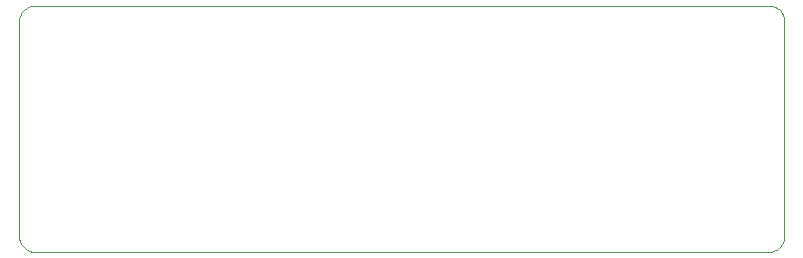
<source format=gko>
G75*
G70*
%OFA0B0*%
%FSLAX24Y24*%
%IPPOS*%
%LPD*%
%AMOC8*
5,1,8,0,0,1.08239X$1,22.5*
%
%ADD10C,0.0000*%
D10*
X001650Y001050D02*
X026150Y001050D01*
X026194Y001052D01*
X026237Y001058D01*
X026279Y001067D01*
X026321Y001080D01*
X026361Y001097D01*
X026400Y001117D01*
X026437Y001140D01*
X026471Y001167D01*
X026504Y001196D01*
X026533Y001229D01*
X026560Y001263D01*
X026583Y001300D01*
X026603Y001339D01*
X026620Y001379D01*
X026633Y001421D01*
X026642Y001463D01*
X026648Y001506D01*
X026650Y001550D01*
X026650Y008750D01*
X026648Y008794D01*
X026642Y008837D01*
X026633Y008879D01*
X026620Y008921D01*
X026603Y008961D01*
X026583Y009000D01*
X026560Y009037D01*
X026533Y009071D01*
X026504Y009104D01*
X026471Y009133D01*
X026437Y009160D01*
X026400Y009183D01*
X026361Y009203D01*
X026321Y009220D01*
X026279Y009233D01*
X026237Y009242D01*
X026194Y009248D01*
X026150Y009250D01*
X001650Y009250D01*
X001606Y009248D01*
X001563Y009242D01*
X001521Y009233D01*
X001479Y009220D01*
X001439Y009203D01*
X001400Y009183D01*
X001363Y009160D01*
X001329Y009133D01*
X001296Y009104D01*
X001267Y009071D01*
X001240Y009037D01*
X001217Y009000D01*
X001197Y008961D01*
X001180Y008921D01*
X001167Y008879D01*
X001158Y008837D01*
X001152Y008794D01*
X001150Y008750D01*
X001150Y001550D01*
X001152Y001506D01*
X001158Y001463D01*
X001167Y001421D01*
X001180Y001379D01*
X001197Y001339D01*
X001217Y001300D01*
X001240Y001263D01*
X001267Y001229D01*
X001296Y001196D01*
X001329Y001167D01*
X001363Y001140D01*
X001400Y001117D01*
X001439Y001097D01*
X001479Y001080D01*
X001521Y001067D01*
X001563Y001058D01*
X001606Y001052D01*
X001650Y001050D01*
M02*

</source>
